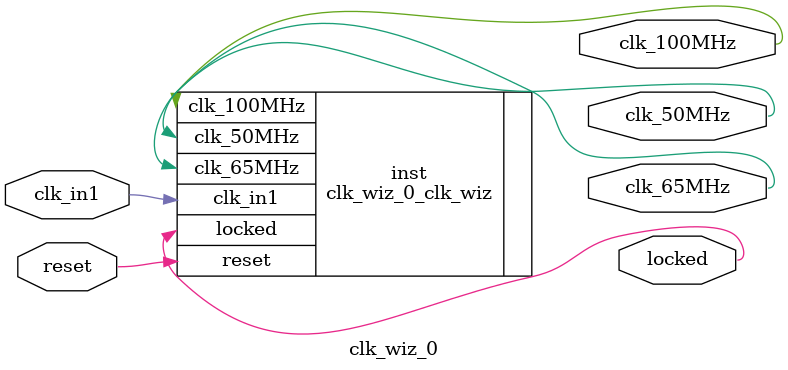
<source format=v>


`timescale 1ps/1ps

(* CORE_GENERATION_INFO = "clk_wiz_0,clk_wiz_v5_4_2_0,{component_name=clk_wiz_0,use_phase_alignment=true,use_min_o_jitter=false,use_max_i_jitter=false,use_dyn_phase_shift=false,use_inclk_switchover=false,use_dyn_reconfig=false,enable_axi=0,feedback_source=FDBK_AUTO,PRIMITIVE=MMCM,num_out_clk=3,clkin1_period=10.000,clkin2_period=10.000,use_power_down=false,use_reset=true,use_locked=true,use_inclk_stopped=false,feedback_type=SINGLE,CLOCK_MGR_TYPE=NA,manual_override=false}" *)

module clk_wiz_0 
 (
  // Clock out ports
  output        clk_100MHz,
  output        clk_50MHz,
  output        clk_65MHz,
  // Status and control signals
  input         reset,
  output        locked,
 // Clock in ports
  input         clk_in1
 );

  clk_wiz_0_clk_wiz inst
  (
  // Clock out ports  
  .clk_100MHz(clk_100MHz),
  .clk_50MHz(clk_50MHz),
  .clk_65MHz(clk_65MHz),
  // Status and control signals               
  .reset(reset), 
  .locked(locked),
 // Clock in ports
  .clk_in1(clk_in1)
  );

endmodule

</source>
